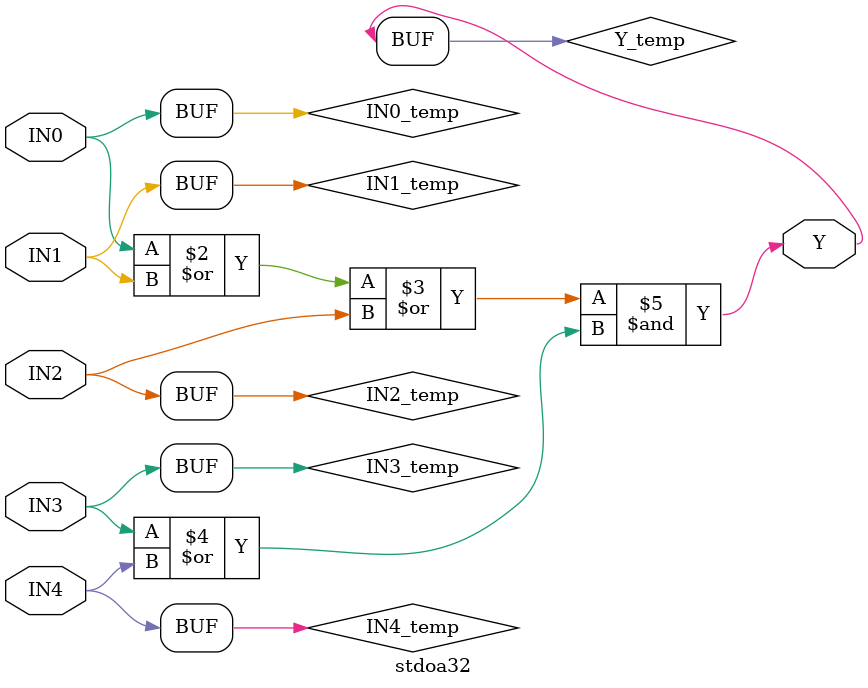
<source format=v>
module stdoa32(IN0,IN1,IN2,IN3,IN4,Y);
  parameter
        d_IN0_r = 0,
        d_IN0_f = 0,
        d_IN1_r = 0,
        d_IN1_f = 0,
        d_IN2_r = 0,
        d_IN2_f = 0,
        d_IN3_r = 0,
        d_IN3_f = 0,
        d_IN4_r = 0,
        d_IN4_f = 0,
        d_Y_r = 1,
        d_Y_f = 1;
  input  IN0;
  input  IN1;
  input  IN2;
  input  IN3;
  input  IN4;
  output  Y;
  wire  IN0_temp;
  wire  IN1_temp;
  wire  IN2_temp;
  wire  IN3_temp;
  wire  IN4_temp;
  reg  Y_temp;
  assign #(d_IN0_r,d_IN0_f) IN0_temp = IN0;
  assign #(d_IN1_r,d_IN1_f) IN1_temp = IN1;
  assign #(d_IN2_r,d_IN2_f) IN2_temp = IN2;
  assign #(d_IN3_r,d_IN3_f) IN3_temp = IN3;
  assign #(d_IN4_r,d_IN4_f) IN4_temp = IN4;
  assign #(d_Y_r,d_Y_f) Y = Y_temp;
  always
    @(IN0_temp or IN1_temp or IN2_temp or IN3_temp or IN4_temp)
      begin
      Y_temp = (((IN0_temp | IN1_temp) | IN2_temp) & (IN3_temp | IN4_temp));
      end
endmodule

</source>
